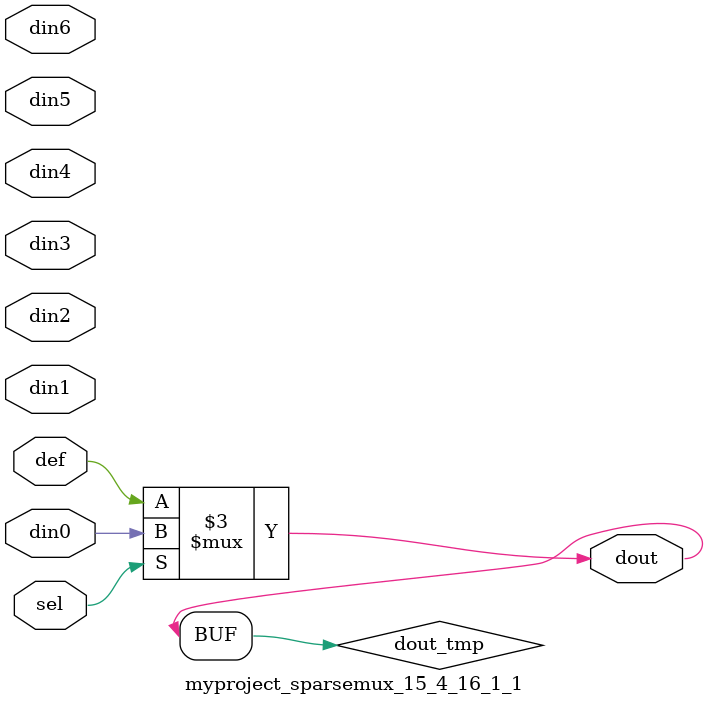
<source format=v>
`timescale 1ns / 1ps

module myproject_sparsemux_15_4_16_1_1 (din0,din1,din2,din3,din4,din5,din6,def,sel,dout);

parameter din0_WIDTH = 1;

parameter din1_WIDTH = 1;

parameter din2_WIDTH = 1;

parameter din3_WIDTH = 1;

parameter din4_WIDTH = 1;

parameter din5_WIDTH = 1;

parameter din6_WIDTH = 1;

parameter def_WIDTH = 1;
parameter sel_WIDTH = 1;
parameter dout_WIDTH = 1;

parameter [sel_WIDTH-1:0] CASE0 = 1;

parameter [sel_WIDTH-1:0] CASE1 = 1;

parameter [sel_WIDTH-1:0] CASE2 = 1;

parameter [sel_WIDTH-1:0] CASE3 = 1;

parameter [sel_WIDTH-1:0] CASE4 = 1;

parameter [sel_WIDTH-1:0] CASE5 = 1;

parameter [sel_WIDTH-1:0] CASE6 = 1;

parameter ID = 1;
parameter NUM_STAGE = 1;



input [din0_WIDTH-1:0] din0;

input [din1_WIDTH-1:0] din1;

input [din2_WIDTH-1:0] din2;

input [din3_WIDTH-1:0] din3;

input [din4_WIDTH-1:0] din4;

input [din5_WIDTH-1:0] din5;

input [din6_WIDTH-1:0] din6;

input [def_WIDTH-1:0] def;
input [sel_WIDTH-1:0] sel;

output [dout_WIDTH-1:0] dout;



reg [dout_WIDTH-1:0] dout_tmp;

always @ (*) begin
case (sel)
    
    CASE0 : dout_tmp = din0;
    
    CASE1 : dout_tmp = din1;
    
    CASE2 : dout_tmp = din2;
    
    CASE3 : dout_tmp = din3;
    
    CASE4 : dout_tmp = din4;
    
    CASE5 : dout_tmp = din5;
    
    CASE6 : dout_tmp = din6;
    
    default : dout_tmp = def;
endcase
end


assign dout = dout_tmp;



endmodule

</source>
